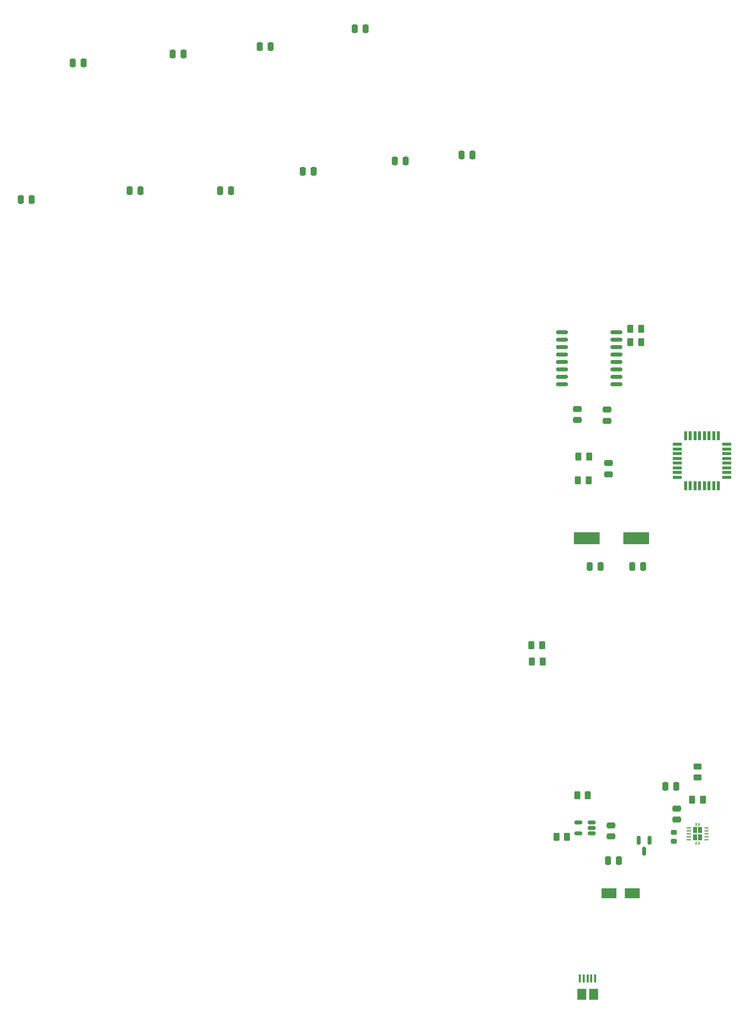
<source format=gbr>
%TF.GenerationSoftware,KiCad,Pcbnew,(6.0.9-0)*%
%TF.CreationDate,2023-03-17T16:46:55-04:00*%
%TF.ProjectId,JF-PimpleClock,4a462d50-696d-4706-9c65-436c6f636b2e,rev?*%
%TF.SameCoordinates,Original*%
%TF.FileFunction,Paste,Top*%
%TF.FilePolarity,Positive*%
%FSLAX46Y46*%
G04 Gerber Fmt 4.6, Leading zero omitted, Abs format (unit mm)*
G04 Created by KiCad (PCBNEW (6.0.9-0)) date 2023-03-17 16:46:55*
%MOMM*%
%LPD*%
G01*
G04 APERTURE LIST*
G04 Aperture macros list*
%AMRoundRect*
0 Rectangle with rounded corners*
0 $1 Rounding radius*
0 $2 $3 $4 $5 $6 $7 $8 $9 X,Y pos of 4 corners*
0 Add a 4 corners polygon primitive as box body*
4,1,4,$2,$3,$4,$5,$6,$7,$8,$9,$2,$3,0*
0 Add four circle primitives for the rounded corners*
1,1,$1+$1,$2,$3*
1,1,$1+$1,$4,$5*
1,1,$1+$1,$6,$7*
1,1,$1+$1,$8,$9*
0 Add four rect primitives between the rounded corners*
20,1,$1+$1,$2,$3,$4,$5,0*
20,1,$1+$1,$4,$5,$6,$7,0*
20,1,$1+$1,$6,$7,$8,$9,0*
20,1,$1+$1,$8,$9,$2,$3,0*%
G04 Aperture macros list end*
%ADD10RoundRect,0.250000X0.262500X0.450000X-0.262500X0.450000X-0.262500X-0.450000X0.262500X-0.450000X0*%
%ADD11RoundRect,0.250000X0.450000X-0.262500X0.450000X0.262500X-0.450000X0.262500X-0.450000X-0.262500X0*%
%ADD12RoundRect,0.250000X-0.475000X0.250000X-0.475000X-0.250000X0.475000X-0.250000X0.475000X0.250000X0*%
%ADD13RoundRect,0.250000X0.475000X-0.250000X0.475000X0.250000X-0.475000X0.250000X-0.475000X-0.250000X0*%
%ADD14O,0.800000X0.230000*%
%ADD15R,0.230000X0.230000*%
%ADD16R,0.680000X1.050000*%
%ADD17R,0.260000X0.500000*%
%ADD18RoundRect,0.250000X-0.250000X-0.475000X0.250000X-0.475000X0.250000X0.475000X-0.250000X0.475000X0*%
%ADD19R,0.400000X1.350000*%
%ADD20R,1.500000X1.900000*%
%ADD21RoundRect,0.150000X-0.875000X-0.150000X0.875000X-0.150000X0.875000X0.150000X-0.875000X0.150000X0*%
%ADD22RoundRect,0.250000X0.250000X0.475000X-0.250000X0.475000X-0.250000X-0.475000X0.250000X-0.475000X0*%
%ADD23R,1.600000X0.550000*%
%ADD24R,0.550000X1.600000*%
%ADD25RoundRect,0.250000X-0.262500X-0.450000X0.262500X-0.450000X0.262500X0.450000X-0.262500X0.450000X0*%
%ADD26RoundRect,0.218750X0.256250X-0.218750X0.256250X0.218750X-0.256250X0.218750X-0.256250X-0.218750X0*%
%ADD27RoundRect,0.150000X0.512500X0.150000X-0.512500X0.150000X-0.512500X-0.150000X0.512500X-0.150000X0*%
%ADD28R,2.500000X1.800000*%
%ADD29RoundRect,0.150000X-0.150000X0.587500X-0.150000X-0.587500X0.150000X-0.587500X0.150000X0.587500X0*%
%ADD30R,4.500000X2.000000*%
G04 APERTURE END LIST*
D10*
%TO.C,R3*%
X146338000Y52037500D03*
X144513000Y52037500D03*
%TD*%
D11*
%TO.C,R10*%
X168672000Y62197500D03*
X168672000Y64022500D03*
%TD*%
D12*
%TO.C,C19*%
X153416000Y115946000D03*
X153416000Y114046000D03*
%TD*%
D13*
%TO.C,C18*%
X153162000Y123190000D03*
X153162000Y125090000D03*
%TD*%
D14*
%TO.C,U5*%
X167197000Y53545500D03*
D15*
X166912000Y53545500D03*
X166912000Y53045500D03*
D14*
X167197000Y53045500D03*
X167197000Y52545500D03*
D15*
X166912000Y52545500D03*
D14*
X167197000Y52045500D03*
D15*
X166912000Y52045500D03*
X166912000Y51545500D03*
D14*
X167197000Y51545500D03*
X170147000Y51545500D03*
D15*
X170432000Y51545500D03*
D14*
X170147000Y52045500D03*
D15*
X170432000Y52045500D03*
X170432000Y52545500D03*
D14*
X170147000Y52545500D03*
D15*
X170432000Y53045500D03*
D14*
X170147000Y53045500D03*
D15*
X170432000Y53545500D03*
D14*
X170147000Y53545500D03*
D16*
X169122000Y51910500D03*
X168222000Y51910500D03*
D17*
X168922000Y54175500D03*
X168422000Y50915500D03*
D16*
X169122000Y53180500D03*
X168222000Y53180500D03*
D17*
X168922000Y50915500D03*
X168422000Y54175500D03*
%TD*%
D10*
%TO.C,R5*%
X150010500Y113030000D03*
X148185500Y113030000D03*
%TD*%
%TO.C,R2*%
X159004000Y136652000D03*
X157179000Y136652000D03*
%TD*%
D18*
%TO.C,C13*%
X109982000Y190246000D03*
X111882000Y190246000D03*
%TD*%
D19*
%TO.C,J4*%
X148544000Y27846000D03*
X149194000Y27846000D03*
X149844000Y27846000D03*
X150494000Y27846000D03*
X151144000Y27846000D03*
D20*
X150844000Y25146000D03*
X148844000Y25146000D03*
%TD*%
D21*
%TO.C,U2*%
X145464000Y138303000D03*
X145464000Y137033000D03*
X145464000Y135763000D03*
X145464000Y134493000D03*
X145464000Y133223000D03*
X145464000Y131953000D03*
X145464000Y130683000D03*
X145464000Y129413000D03*
X154764000Y129413000D03*
X154764000Y130683000D03*
X154764000Y131953000D03*
X154764000Y133223000D03*
X154764000Y134493000D03*
X154764000Y135763000D03*
X154764000Y137033000D03*
X154764000Y138303000D03*
%TD*%
D22*
%TO.C,C16*%
X165050000Y60673500D03*
X163150000Y60673500D03*
%TD*%
D18*
%TO.C,C12*%
X116840000Y167640000D03*
X118740000Y167640000D03*
%TD*%
%TO.C,C9*%
X101092000Y165862000D03*
X102992000Y165862000D03*
%TD*%
D13*
%TO.C,C17*%
X165116000Y54963500D03*
X165116000Y56863500D03*
%TD*%
D23*
%TO.C,U6*%
X165168000Y119132000D03*
X165168000Y118332000D03*
X165168000Y117532000D03*
X165168000Y116732000D03*
X165168000Y115932000D03*
X165168000Y115132000D03*
X165168000Y114332000D03*
X165168000Y113532000D03*
D24*
X166618000Y112082000D03*
X167418000Y112082000D03*
X168218000Y112082000D03*
X169018000Y112082000D03*
X169818000Y112082000D03*
X170618000Y112082000D03*
X171418000Y112082000D03*
X172218000Y112082000D03*
D23*
X173668000Y113532000D03*
X173668000Y114332000D03*
X173668000Y115132000D03*
X173668000Y115932000D03*
X173668000Y116732000D03*
X173668000Y117532000D03*
X173668000Y118332000D03*
X173668000Y119132000D03*
D24*
X172218000Y120582000D03*
X171418000Y120582000D03*
X170618000Y120582000D03*
X169818000Y120582000D03*
X169018000Y120582000D03*
X168218000Y120582000D03*
X167418000Y120582000D03*
X166618000Y120582000D03*
%TD*%
D18*
%TO.C,C10*%
X78806000Y185928000D03*
X80706000Y185928000D03*
%TD*%
%TO.C,C6*%
X71440000Y162560000D03*
X73340000Y162560000D03*
%TD*%
D25*
%TO.C,R9*%
X167759500Y58387500D03*
X169584500Y58387500D03*
%TD*%
D18*
%TO.C,C11*%
X93726000Y187198000D03*
X95626000Y187198000D03*
%TD*%
D10*
%TO.C,R6*%
X142136500Y82042000D03*
X140311500Y82042000D03*
%TD*%
D26*
%TO.C,L1*%
X164608000Y51250000D03*
X164608000Y52825000D03*
%TD*%
D12*
%TO.C,C15*%
X153807500Y54003500D03*
X153807500Y52103500D03*
%TD*%
D10*
%TO.C,R1*%
X159004000Y138938000D03*
X157179000Y138938000D03*
%TD*%
D18*
%TO.C,C5*%
X52832000Y161036000D03*
X54732000Y161036000D03*
%TD*%
D27*
%TO.C,U4*%
X150505500Y52611500D03*
X150505500Y53561500D03*
X150505500Y54511500D03*
X148230500Y54511500D03*
X148230500Y52611500D03*
%TD*%
D18*
%TO.C,C8*%
X86934000Y162560000D03*
X88834000Y162560000D03*
%TD*%
D13*
%TO.C,C2*%
X148082000Y123322000D03*
X148082000Y125222000D03*
%TD*%
D18*
%TO.C,C14*%
X128270000Y168656000D03*
X130170000Y168656000D03*
%TD*%
%TO.C,C7*%
X61722000Y184404000D03*
X63622000Y184404000D03*
%TD*%
D28*
%TO.C,D1*%
X153464000Y42385500D03*
X157464000Y42385500D03*
%TD*%
D25*
%TO.C,R8*%
X148051000Y59149500D03*
X149876000Y59149500D03*
%TD*%
D29*
%TO.C,Q1*%
X160478000Y51451000D03*
X158578000Y51451000D03*
X159528000Y49576000D03*
%TD*%
D18*
%TO.C,C3*%
X150180000Y98298000D03*
X152080000Y98298000D03*
%TD*%
D10*
%TO.C,R7*%
X142033000Y84836000D03*
X140208000Y84836000D03*
%TD*%
D22*
%TO.C,C1*%
X155210000Y47973500D03*
X153310000Y47973500D03*
%TD*%
%TO.C,C4*%
X159380000Y98298000D03*
X157480000Y98298000D03*
%TD*%
D30*
%TO.C,Y1*%
X158174000Y103124000D03*
X149674000Y103124000D03*
%TD*%
D10*
%TO.C,R4*%
X150114000Y117094000D03*
X148289000Y117094000D03*
%TD*%
M02*

</source>
